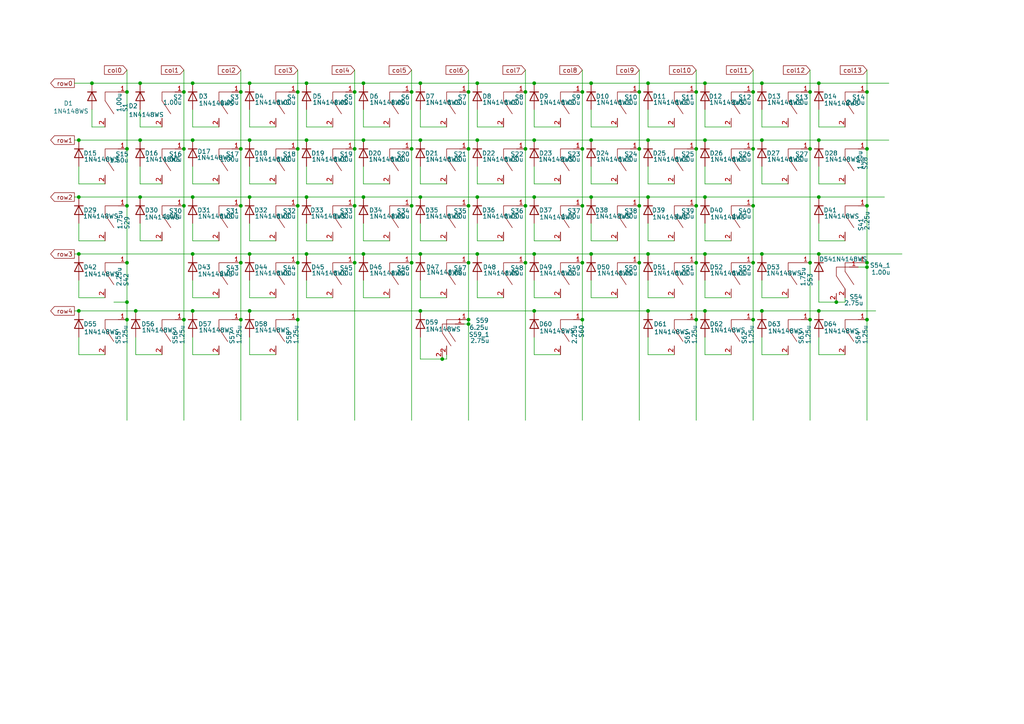
<source format=kicad_sch>
(kicad_sch (version 20250114) (generator "eeschema") (generator_version "9.0")
  (paper "A4")
  (junction (at 55.88 57.15))
  (junction (at 168.91 92.71))
  (junction (at 53.34 43.18))
  (junction (at 86.36 43.18))
  (junction (at 72.39 40.64))
  (junction (at 53.34 59.69))
  (junction (at 105.41 40.64))
  (junction (at 234.95 76.2))
  (junction (at 251.46 59.69))
  (junction (at 171.45 40.64))
  (junction (at 135.89 26.67))
  (junction (at 36.83 76.2))
  (junction (at 53.34 26.67))
  (junction (at 220.98 73.66))
  (junction (at 204.47 24.13))
  (junction (at 168.91 59.69))
  (junction (at 69.85 92.71))
  (junction (at 55.88 73.66))
  (junction (at 185.42 43.18))
  (junction (at 185.42 76.2))
  (junction (at 22.86 90.17))
  (junction (at 86.36 92.71))
  (junction (at 69.85 26.67))
  (junction (at 119.38 76.2))
  (junction (at 185.42 59.69))
  (junction (at 22.86 40.64))
  (junction (at 72.39 73.66))
  (junction (at 121.92 24.13))
  (junction (at 36.83 59.69))
  (junction (at 55.88 90.17))
  (junction (at 237.49 57.15))
  (junction (at 40.64 57.15))
  (junction (at 22.86 57.15))
  (junction (at 204.47 73.66))
  (junction (at 26.67 24.13))
  (junction (at 119.38 26.67))
  (junction (at 234.95 43.18))
  (junction (at 234.95 26.67))
  (junction (at 201.93 43.18))
  (junction (at 88.9 24.13))
  (junction (at 40.64 24.13))
  (junction (at 138.43 40.64))
  (junction (at 55.88 24.13))
  (junction (at 53.34 92.71))
  (junction (at 121.92 73.66))
  (junction (at 251.46 26.67))
  (junction (at 237.49 40.64))
  (junction (at 185.42 26.67))
  (junction (at 152.4 43.18))
  (junction (at 135.89 59.69))
  (junction (at 187.96 73.66))
  (junction (at 102.87 76.2))
  (junction (at 154.94 57.15))
  (junction (at 218.44 26.67))
  (junction (at 128.27 104.14))
  (junction (at 36.83 87.63))
  (junction (at 135.89 76.2))
  (junction (at 168.91 43.18))
  (junction (at 218.44 92.71))
  (junction (at 86.36 26.67))
  (junction (at 152.4 26.67))
  (junction (at 204.47 40.64))
  (junction (at 171.45 24.13))
  (junction (at 88.9 40.64))
  (junction (at 187.96 40.64))
  (junction (at 105.41 57.15))
  (junction (at 218.44 76.2))
  (junction (at 102.87 59.69))
  (junction (at 69.85 76.2))
  (junction (at 22.86 73.66))
  (junction (at 135.89 43.18))
  (junction (at 237.49 90.17))
  (junction (at 135.89 92.71))
  (junction (at 242.57 87.63))
  (junction (at 39.37 90.17))
  (junction (at 72.39 24.13))
  (junction (at 40.64 40.64))
  (junction (at 138.43 73.66))
  (junction (at 152.4 59.69))
  (junction (at 154.94 90.17))
  (junction (at 251.46 43.18))
  (junction (at 168.91 26.67))
  (junction (at 201.93 76.2))
  (junction (at 105.41 24.13))
  (junction (at 234.95 92.71))
  (junction (at 102.87 26.67))
  (junction (at 187.96 24.13))
  (junction (at 72.39 57.15))
  (junction (at 121.92 90.17))
  (junction (at 237.49 24.13))
  (junction (at 69.85 43.18))
  (junction (at 105.41 73.66))
  (junction (at 86.36 59.69))
  (junction (at 102.87 43.18))
  (junction (at 119.38 43.18))
  (junction (at 201.93 26.67))
  (junction (at 171.45 57.15))
  (junction (at 72.39 90.17))
  (junction (at 86.36 76.2))
  (junction (at 88.9 57.15))
  (junction (at 220.98 24.13))
  (junction (at 121.92 40.64))
  (junction (at 218.44 59.69))
  (junction (at 218.44 43.18))
  (junction (at 201.93 59.69))
  (junction (at 36.83 26.67))
  (junction (at 138.43 24.13))
  (junction (at 55.88 40.64))
  (junction (at 154.94 73.66))
  (junction (at 168.91 76.2))
  (junction (at 204.47 90.17))
  (junction (at 220.98 40.64))
  (junction (at 119.38 59.69))
  (junction (at 251.46 92.71))
  (junction (at 36.83 92.71))
  (junction (at 237.49 73.66))
  (junction (at 36.83 43.18))
  (junction (at 138.43 57.15))
  (junction (at 69.85 59.69))
  (junction (at 204.47 57.15))
  (junction (at 152.4 76.2))
  (junction (at 220.98 90.17))
  (junction (at 201.93 92.71))
  (junction (at 251.46 76.2))
  (junction (at 88.9 73.66))
  (junction (at 187.96 90.17))
  (junction (at 135.89 93.98))
  (junction (at 121.92 57.15))
  (junction (at 251.46 77.47))
  (junction (at 187.96 57.15))
  (junction (at 171.45 73.66))
  (junction (at 154.94 24.13))
  (junction (at 154.94 40.64))
  (wire (pts (xy 185.42 43.18) (xy 185.42 59.69)))
  (wire (pts (xy 237.49 24.13) (xy 257.81 24.13)))
  (wire (pts (xy 88.9 48.26) (xy 88.9 53.34)))
  (wire (pts (xy 121.92 36.83) (xy 129.54 36.83)))
  (wire (pts (xy 72.39 69.85) (xy 80.01 69.85)))
  (wire (pts (xy 242.57 87.63) (xy 237.49 87.63)))
  (wire (pts (xy 105.41 40.64) (xy 121.92 40.64)))
  (wire (pts (xy 138.43 64.77) (xy 138.43 69.85)))
  (wire (pts (xy 72.39 64.77) (xy 72.39 69.85)))
  (wire (pts (xy 138.43 24.13) (xy 154.94 24.13)))
  (wire (pts (xy 218.44 26.67) (xy 218.44 43.18)))
  (wire (pts (xy 55.88 48.26) (xy 55.88 53.34)))
  (wire (pts (xy 168.91 26.67) (xy 168.91 43.18)))
  (wire (pts (xy 204.47 31.75) (xy 204.47 36.83)))
  (wire (pts (xy 168.91 20.32) (xy 168.91 26.67)))
  (wire (pts (xy 119.38 59.69) (xy 119.38 76.2)))
  (wire (pts (xy 86.36 92.71) (xy 86.36 121.92)))
  (wire (pts (xy 72.39 24.13) (xy 88.9 24.13)))
  (wire (pts (xy 218.44 76.2) (xy 218.44 92.71)))
  (wire (pts (xy 72.39 86.36) (xy 80.01 86.36)))
  (wire (pts (xy 234.95 92.71) (xy 234.95 121.92)))
  (wire (pts (xy 251.46 77.47) (xy 251.46 92.71)))
  (wire (pts (xy 138.43 69.85) (xy 146.05 69.85)))
  (wire (pts (xy 105.41 53.34) (xy 113.03 53.34)))
  (wire (pts (xy 168.91 92.71) (xy 168.91 121.92)))
  (wire (pts (xy 185.42 26.67) (xy 185.42 43.18)))
  (wire (pts (xy 138.43 53.34) (xy 146.05 53.34)))
  (wire (pts (xy 251.46 76.2) (xy 251.46 77.47)))
  (wire (pts (xy 55.88 64.77) (xy 55.88 69.85)))
  (wire (pts (xy 204.47 90.17) (xy 220.98 90.17)))
  (wire (pts (xy 135.89 43.18) (xy 135.89 59.69)))
  (wire (pts (xy 88.9 81.28) (xy 88.9 86.36)))
  (wire (pts (xy 187.96 102.87) (xy 195.58 102.87)))
  (wire (pts (xy 201.93 92.71) (xy 201.93 121.92)))
  (wire (pts (xy 22.86 53.34) (xy 30.48 53.34)))
  (wire (pts (xy 26.67 24.13) (xy 40.64 24.13)))
  (wire (pts (xy 53.34 20.32) (xy 53.34 26.67)))
  (wire (pts (xy 86.36 76.2) (xy 86.36 92.71)))
  (wire (pts (xy 36.83 43.18) (xy 36.83 59.69)))
  (wire (pts (xy 251.46 43.18) (xy 251.46 59.69)))
  (wire (pts (xy 237.49 31.75) (xy 237.49 36.83)))
  (wire (pts (xy 204.47 57.15) (xy 237.49 57.15)))
  (wire (pts (xy 237.49 64.77) (xy 237.49 69.85)))
  (wire (pts (xy 138.43 86.36) (xy 146.05 86.36)))
  (wire (pts (xy 102.87 43.18) (xy 102.87 59.69)))
  (wire (pts (xy 201.93 59.69) (xy 201.93 76.2)))
  (wire (pts (xy 36.83 76.2) (xy 36.83 87.63)))
  (wire (pts (xy 22.86 73.66) (xy 55.88 73.66)))
  (wire (pts (xy 121.92 48.26) (xy 121.92 53.34)))
  (wire (pts (xy 154.94 57.15) (xy 171.45 57.15)))
  (wire (pts (xy 102.87 76.2) (xy 102.87 121.92)))
  (wire (pts (xy 220.98 48.26) (xy 220.98 53.34)))
  (wire (pts (xy 88.9 73.66) (xy 105.41 73.66)))
  (wire (pts (xy 204.47 69.85) (xy 212.09 69.85)))
  (wire (pts (xy 55.88 57.15) (xy 72.39 57.15)))
  (wire (pts (xy 55.88 36.83) (xy 63.5 36.83)))
  (wire (pts (xy 55.88 90.17) (xy 72.39 90.17)))
  (wire (pts (xy 204.47 81.28) (xy 204.47 86.36)))
  (wire (pts (xy 88.9 86.36) (xy 96.52 86.36)))
  (wire (pts (xy 121.92 57.15) (xy 138.43 57.15)))
  (wire (pts (xy 187.96 24.13) (xy 204.47 24.13)))
  (wire (pts (xy 55.88 81.28) (xy 55.88 86.36)))
  (wire (pts (xy 40.64 40.64) (xy 55.88 40.64)))
  (wire (pts (xy 237.49 73.66) (xy 261.62 73.66)))
  (wire (pts (xy 220.98 31.75) (xy 220.98 36.83)))
  (wire (pts (xy 121.92 90.17) (xy 154.94 90.17)))
  (wire (pts (xy 171.45 86.36) (xy 179.07 86.36)))
  (wire (pts (xy 220.98 86.36) (xy 228.6 86.36)))
  (wire (pts (xy 40.64 36.83) (xy 46.99 36.83)))
  (wire (pts (xy 154.94 97.79) (xy 154.94 102.87)))
  (wire (pts (xy 187.96 48.26) (xy 187.96 53.34)))
  (wire (pts (xy 72.39 97.79) (xy 72.39 102.87)))
  (wire (pts (xy 119.38 76.2) (xy 119.38 121.92)))
  (wire (pts (xy 72.39 102.87) (xy 80.01 102.87)))
  (wire (pts (xy 134.62 93.98) (xy 135.89 93.98)))
  (wire (pts (xy 105.41 73.66) (xy 121.92 73.66)))
  (wire (pts (xy 135.89 76.2) (xy 135.89 92.71)))
  (wire (pts (xy 152.4 20.32) (xy 152.4 26.67)))
  (wire (pts (xy 220.98 102.87) (xy 228.6 102.87)))
  (wire (pts (xy 218.44 20.32) (xy 218.44 26.67)))
  (wire (pts (xy 237.49 69.85) (xy 245.11 69.85)))
  (wire (pts (xy 171.45 48.26) (xy 171.45 53.34)))
  (wire (pts (xy 204.47 102.87) (xy 212.09 102.87)))
  (wire (pts (xy 88.9 31.75) (xy 88.9 36.83)))
  (wire (pts (xy 138.43 73.66) (xy 154.94 73.66)))
  (wire (pts (xy 88.9 57.15) (xy 105.41 57.15)))
  (wire (pts (xy 251.46 26.67) (xy 251.46 43.18)))
  (wire (pts (xy 69.85 26.67) (xy 69.85 43.18)))
  (wire (pts (xy 171.45 36.83) (xy 179.07 36.83)))
  (wire (pts (xy 69.85 76.2) (xy 69.85 92.71)))
  (wire (pts (xy 105.41 69.85) (xy 113.03 69.85)))
  (wire (pts (xy 187.96 40.64) (xy 204.47 40.64)))
  (wire (pts (xy 72.39 53.34) (xy 80.01 53.34)))
  (wire (pts (xy 171.45 64.77) (xy 171.45 69.85)))
  (wire (pts (xy 171.45 31.75) (xy 171.45 36.83)))
  (wire (pts (xy 218.44 43.18) (xy 218.44 59.69)))
  (wire (pts (xy 69.85 20.32) (xy 69.85 26.67)))
  (wire (pts (xy 55.88 102.87) (xy 63.5 102.87)))
  (wire (pts (xy 154.94 81.28) (xy 154.94 86.36)))
  (wire (pts (xy 55.88 86.36) (xy 63.5 86.36)))
  (wire (pts (xy 26.67 31.75) (xy 26.67 36.83)))
  (wire (pts (xy 245.11 86.36) (xy 245.11 87.63)))
  (wire (pts (xy 152.4 26.67) (xy 152.4 43.18)))
  (wire (pts (xy 138.43 40.64) (xy 154.94 40.64)))
  (wire (pts (xy 154.94 69.85) (xy 162.56 69.85)))
  (wire (pts (xy 185.42 20.32) (xy 185.42 26.67)))
  (wire (pts (xy 154.94 86.36) (xy 162.56 86.36)))
  (wire (pts (xy 72.39 36.83) (xy 80.01 36.83)))
  (wire (pts (xy 105.41 64.77) (xy 105.41 69.85)))
  (wire (pts (xy 220.98 97.79) (xy 220.98 102.87)))
  (wire (pts (xy 69.85 43.18) (xy 69.85 59.69)))
  (wire (pts (xy 154.94 102.87) (xy 162.56 102.87)))
  (wire (pts (xy 138.43 31.75) (xy 138.43 36.83)))
  (wire (pts (xy 187.96 86.36) (xy 195.58 86.36)))
  (wire (pts (xy 21.59 90.17) (xy 22.86 90.17)))
  (wire (pts (xy 201.93 20.32) (xy 201.93 26.67)))
  (wire (pts (xy 218.44 59.69) (xy 218.44 76.2)))
  (wire (pts (xy 135.89 20.32) (xy 135.89 26.67)))
  (wire (pts (xy 119.38 26.67) (xy 119.38 43.18)))
  (wire (pts (xy 237.49 102.87) (xy 245.11 102.87)))
  (wire (pts (xy 121.92 104.14) (xy 128.27 104.14)))
  (wire (pts (xy 55.88 40.64) (xy 72.39 40.64)))
  (wire (pts (xy 72.39 31.75) (xy 72.39 36.83)))
  (wire (pts (xy 201.93 76.2) (xy 201.93 92.71)))
  (wire (pts (xy 105.41 24.13) (xy 121.92 24.13)))
  (wire (pts (xy 237.49 40.64) (xy 257.81 40.64)))
  (wire (pts (xy 152.4 43.18) (xy 152.4 59.69)))
  (wire (pts (xy 138.43 48.26) (xy 138.43 53.34)))
  (wire (pts (xy 187.96 64.77) (xy 187.96 69.85)))
  (wire (pts (xy 102.87 26.67) (xy 102.87 43.18)))
  (wire (pts (xy 69.85 92.71) (xy 69.85 121.92)))
  (wire (pts (xy 187.96 97.79) (xy 187.96 102.87)))
  (wire (pts (xy 40.64 31.75) (xy 40.64 36.83)))
  (wire (pts (xy 237.49 97.79) (xy 237.49 102.87)))
  (wire (pts (xy 237.49 87.63) (xy 237.49 81.28)))
  (wire (pts (xy 204.47 24.13) (xy 220.98 24.13)))
  (wire (pts (xy 154.94 40.64) (xy 171.45 40.64)))
  (wire (pts (xy 21.59 57.15) (xy 22.86 57.15)))
  (wire (pts (xy 72.39 73.66) (xy 88.9 73.66)))
  (wire (pts (xy 22.86 102.87) (xy 30.48 102.87)))
  (wire (pts (xy 171.45 69.85) (xy 179.07 69.85)))
  (wire (pts (xy 152.4 76.2) (xy 152.4 121.92)))
  (wire (pts (xy 152.4 59.69) (xy 152.4 76.2)))
  (wire (pts (xy 187.96 31.75) (xy 187.96 36.83)))
  (wire (pts (xy 105.41 31.75) (xy 105.41 36.83)))
  (wire (pts (xy 40.64 24.13) (xy 55.88 24.13)))
  (wire (pts (xy 234.95 76.2) (xy 234.95 92.71)))
  (wire (pts (xy 187.96 81.28) (xy 187.96 86.36)))
  (wire (pts (xy 36.83 59.69) (xy 36.83 76.2)))
  (wire (pts (xy 121.92 40.64) (xy 138.43 40.64)))
  (wire (pts (xy 204.47 86.36) (xy 212.09 86.36)))
  (wire (pts (xy 251.46 20.32) (xy 251.46 26.67)))
  (wire (pts (xy 171.45 40.64) (xy 187.96 40.64)))
  (wire (pts (xy 237.49 48.26) (xy 237.49 53.34)))
  (wire (pts (xy 154.94 90.17) (xy 187.96 90.17)))
  (wire (pts (xy 129.54 104.14) (xy 128.27 104.14)))
  (wire (pts (xy 22.86 90.17) (xy 39.37 90.17)))
  (wire (pts (xy 22.86 40.64) (xy 40.64 40.64)))
  (wire (pts (xy 86.36 43.18) (xy 86.36 59.69)))
  (wire (pts (xy 105.41 36.83) (xy 113.03 36.83)))
  (wire (pts (xy 154.94 48.26) (xy 154.94 53.34)))
  (wire (pts (xy 88.9 40.64) (xy 105.41 40.64)))
  (wire (pts (xy 220.98 90.17) (xy 237.49 90.17)))
  (wire (pts (xy 220.98 40.64) (xy 237.49 40.64)))
  (wire (pts (xy 220.98 36.83) (xy 228.6 36.83)))
  (wire (pts (xy 220.98 53.34) (xy 228.6 53.34)))
  (wire (pts (xy 234.95 20.32) (xy 234.95 26.67)))
  (wire (pts (xy 251.46 59.69) (xy 251.46 76.2)))
  (wire (pts (xy 88.9 53.34) (xy 96.52 53.34)))
  (wire (pts (xy 102.87 59.69) (xy 102.87 76.2)))
  (wire (pts (xy 36.83 20.32) (xy 36.83 26.67)))
  (wire (pts (xy 55.88 73.66) (xy 72.39 73.66)))
  (wire (pts (xy 22.86 57.15) (xy 40.64 57.15)))
  (wire (pts (xy 21.59 40.64) (xy 22.86 40.64)))
  (wire (pts (xy 21.59 73.66) (xy 22.86 73.66)))
  (wire (pts (xy 237.49 57.15) (xy 256.54 57.15)))
  (wire (pts (xy 135.89 93.98) (xy 135.89 121.92)))
  (wire (pts (xy 251.46 92.71) (xy 251.46 121.92)))
  (wire (pts (xy 154.94 64.77) (xy 154.94 69.85)))
  (wire (pts (xy 86.36 20.32) (xy 86.36 26.67)))
  (wire (pts (xy 121.92 97.79) (xy 121.92 104.14)))
  (wire (pts (xy 187.96 57.15) (xy 204.47 57.15)))
  (wire (pts (xy 129.54 102.87) (xy 129.54 104.14)))
  (wire (pts (xy 154.94 53.34) (xy 162.56 53.34)))
  (wire (pts (xy 121.92 69.85) (xy 129.54 69.85)))
  (wire (pts (xy 154.94 31.75) (xy 154.94 36.83)))
  (wire (pts (xy 86.36 26.67) (xy 86.36 43.18)))
  (wire (pts (xy 88.9 69.85) (xy 96.52 69.85)))
  (wire (pts (xy 88.9 36.83) (xy 96.52 36.83)))
  (wire (pts (xy 121.92 31.75) (xy 121.92 36.83)))
  (wire (pts (xy 154.94 36.83) (xy 162.56 36.83)))
  (wire (pts (xy 237.49 90.17) (xy 254 90.17)))
  (wire (pts (xy 220.98 81.28) (xy 220.98 86.36)))
  (wire (pts (xy 171.45 81.28) (xy 171.45 86.36)))
  (wire (pts (xy 40.64 48.26) (xy 40.64 53.34)))
  (wire (pts (xy 105.41 48.26) (xy 105.41 53.34)))
  (wire (pts (xy 187.96 53.34) (xy 195.58 53.34)))
  (wire (pts (xy 88.9 64.77) (xy 88.9 69.85)))
  (wire (pts (xy 135.89 59.69) (xy 135.89 76.2)))
  (wire (pts (xy 39.37 102.87) (xy 46.99 102.87)))
  (wire (pts (xy 36.83 26.67) (xy 36.83 43.18)))
  (wire (pts (xy 234.95 26.67) (xy 234.95 43.18)))
  (wire (pts (xy 72.39 57.15) (xy 88.9 57.15)))
  (wire (pts (xy 220.98 24.13) (xy 237.49 24.13)))
  (wire (pts (xy 53.34 43.18) (xy 53.34 59.69)))
  (wire (pts (xy 53.34 92.71) (xy 53.34 121.92)))
  (wire (pts (xy 33.02 87.63) (xy 36.83 87.63)))
  (wire (pts (xy 55.88 53.34) (xy 63.5 53.34)))
  (wire (pts (xy 72.39 40.64) (xy 88.9 40.64)))
  (wire (pts (xy 204.47 97.79) (xy 204.47 102.87)))
  (wire (pts (xy 135.89 92.71) (xy 135.89 93.98)))
  (wire (pts (xy 36.83 92.71) (xy 36.83 121.92)))
  (wire (pts (xy 187.96 90.17) (xy 204.47 90.17)))
  (wire (pts (xy 72.39 90.17) (xy 121.92 90.17)))
  (wire (pts (xy 154.94 73.66) (xy 171.45 73.66)))
  (wire (pts (xy 121.92 24.13) (xy 138.43 24.13)))
  (wire (pts (xy 86.36 59.69) (xy 86.36 76.2)))
  (wire (pts (xy 204.47 48.26) (xy 204.47 53.34)))
  (wire (pts (xy 22.86 81.28) (xy 22.86 86.36)))
  (wire (pts (xy 154.94 24.13) (xy 171.45 24.13)))
  (wire (pts (xy 119.38 20.32) (xy 119.38 26.67)))
  (wire (pts (xy 105.41 81.28) (xy 105.41 86.36)))
  (wire (pts (xy 171.45 57.15) (xy 187.96 57.15)))
  (wire (pts (xy 204.47 64.77) (xy 204.47 69.85)))
  (wire (pts (xy 40.64 69.85) (xy 46.99 69.85)))
  (wire (pts (xy 245.11 87.63) (xy 242.57 87.63)))
  (wire (pts (xy 105.41 86.36) (xy 113.03 86.36)))
  (wire (pts (xy 187.96 73.66) (xy 204.47 73.66)))
  (wire (pts (xy 185.42 59.69) (xy 185.42 76.2)))
  (wire (pts (xy 185.42 76.2) (xy 185.42 121.92)))
  (wire (pts (xy 40.64 53.34) (xy 46.99 53.34)))
  (wire (pts (xy 237.49 53.34) (xy 245.11 53.34)))
  (wire (pts (xy 168.91 43.18) (xy 168.91 59.69)))
  (wire (pts (xy 105.41 57.15) (xy 121.92 57.15)))
  (wire (pts (xy 121.92 73.66) (xy 138.43 73.66)))
  (wire (pts (xy 40.64 57.15) (xy 55.88 57.15)))
  (wire (pts (xy 138.43 36.83) (xy 146.05 36.83)))
  (wire (pts (xy 36.83 87.63) (xy 36.83 92.71)))
  (wire (pts (xy 121.92 81.28) (xy 121.92 86.36)))
  (wire (pts (xy 53.34 59.69) (xy 53.34 92.71)))
  (wire (pts (xy 22.86 86.36) (xy 30.48 86.36)))
  (wire (pts (xy 22.86 48.26) (xy 22.86 53.34)))
  (wire (pts (xy 21.59 24.13) (xy 26.67 24.13)))
  (wire (pts (xy 55.88 97.79) (xy 55.88 102.87)))
  (wire (pts (xy 39.37 97.79) (xy 39.37 102.87)))
  (wire (pts (xy 55.88 24.13) (xy 72.39 24.13)))
  (wire (pts (xy 69.85 59.69) (xy 69.85 76.2)))
  (wire (pts (xy 187.96 36.83) (xy 195.58 36.83)))
  (wire (pts (xy 53.34 26.67) (xy 53.34 43.18)))
  (wire (pts (xy 220.98 73.66) (xy 237.49 73.66)))
  (wire (pts (xy 135.89 26.67) (xy 135.89 43.18)))
  (wire (pts (xy 248.92 77.47) (xy 251.46 77.47)))
  (wire (pts (xy 187.96 69.85) (xy 195.58 69.85)))
  (wire (pts (xy 121.92 64.77) (xy 121.92 69.85)))
  (wire (pts (xy 26.67 36.83) (xy 30.48 36.83)))
  (wire (pts (xy 201.93 43.18) (xy 201.93 59.69)))
  (wire (pts (xy 119.38 43.18) (xy 119.38 59.69)))
  (wire (pts (xy 168.91 76.2) (xy 168.91 92.71)))
  (wire (pts (xy 171.45 73.66) (xy 187.96 73.66)))
  (wire (pts (xy 234.95 43.18) (xy 234.95 76.2)))
  (wire (pts (xy 72.39 81.28) (xy 72.39 86.36)))
  (wire (pts (xy 121.92 86.36) (xy 129.54 86.36)))
  (wire (pts (xy 22.86 64.77) (xy 22.86 69.85)))
  (wire (pts (xy 204.47 36.83) (xy 212.09 36.83)))
  (wire (pts (xy 168.91 59.69) (xy 168.91 76.2)))
  (wire (pts (xy 204.47 73.66) (xy 220.98 73.66)))
  (wire (pts (xy 40.64 64.77) (xy 40.64 69.85)))
  (wire (pts (xy 171.45 53.34) (xy 179.07 53.34)))
  (wire (pts (xy 39.37 90.17) (xy 55.88 90.17)))
  (wire (pts (xy 204.47 53.34) (xy 212.09 53.34)))
  (wire (pts (xy 22.86 97.79) (xy 22.86 102.87)))
  (wire (pts (xy 138.43 57.15) (xy 154.94 57.15)))
  (wire (pts (xy 22.86 69.85) (xy 30.48 69.85)))
  (wire (pts (xy 171.45 24.13) (xy 187.96 24.13)))
  (wire (pts (xy 218.44 92.71) (xy 218.44 121.92)))
  (wire (pts (xy 55.88 69.85) (xy 63.5 69.85)))
  (wire (pts (xy 55.88 31.75) (xy 55.88 36.83)))
  (wire (pts (xy 237.49 36.83) (xy 245.11 36.83)))
  (wire (pts (xy 72.39 48.26) (xy 72.39 53.34)))
  (wire (pts (xy 204.47 40.64) (xy 220.98 40.64)))
  (wire (pts (xy 121.92 53.34) (xy 129.54 53.34)))
  (wire (pts (xy 138.43 81.28) (xy 138.43 86.36)))
  (wire (pts (xy 201.93 26.67) (xy 201.93 43.18)))
  (wire (pts (xy 88.9 24.13) (xy 105.41 24.13)))
  (wire (pts (xy 102.87 20.32) (xy 102.87 26.67)))
  (global_label "col2" (shape input) (at 69.85 20.32 180) (property "Intersheetrefs" "${INTERSHEET_REFS}" (effects (hide yes))))
  (global_label "col10" (shape input) (at 201.93 20.32 180) (property "Intersheetrefs" "${INTERSHEET_REFS}" (effects (hide yes))))
  (global_label "col1" (shape input) (at 53.34 20.32 180) (property "Intersheetrefs" "${INTERSHEET_REFS}" (effects (hide yes))))
  (global_label "col11" (shape input) (at 218.44 20.32 180) (property "Intersheetrefs" "${INTERSHEET_REFS}" (effects (hide yes))))
  (global_label "col5" (shape input) (at 119.38 20.32 180) (property "Intersheetrefs" "${INTERSHEET_REFS}" (effects (hide yes))))
  (global_label "row2" (shape output) (at 21.59 57.15 180) (property "Intersheetrefs" "${INTERSHEET_REFS}" (effects (hide yes))))
  (global_label "col3" (shape input) (at 86.36 20.32 180) (property "Intersheetrefs" "${INTERSHEET_REFS}" (effects (hide yes))))
  (global_label "row4" (shape output) (at 21.59 90.17 180) (property "Intersheetrefs" "${INTERSHEET_REFS}" (effects (hide yes))))
  (global_label "row3" (shape output) (at 21.59 73.66 180) (property "Intersheetrefs" "${INTERSHEET_REFS}" (effects (hide yes))))
  (global_label "col12" (shape input) (at 234.95 20.32 180) (property "Intersheetrefs" "${INTERSHEET_REFS}" (effects (hide yes))))
  (global_label "col0" (shape input) (at 36.83 20.32 180) (property "Intersheetrefs" "${INTERSHEET_REFS}" (effects (hide yes))))
  (global_label "row1" (shape output) (at 21.59 40.64 180) (property "Intersheetrefs" "${INTERSHEET_REFS}" (effects (hide yes))))
  (global_label "col4" (shape input) (at 102.87 20.32 180) (property "Intersheetrefs" "${INTERSHEET_REFS}" (effects (hide yes))))
  (global_label "col13" (shape input) (at 251.46 20.32 180) (property "Intersheetrefs" "${INTERSHEET_REFS}" (effects (hide yes))))
  (global_label "row0" (shape output) (at 21.59 24.13 180) (property "Intersheetrefs" "${INTERSHEET_REFS}" (effects (hide yes))))
  (global_label "col9" (shape input) (at 185.42 20.32 180) (property "Intersheetrefs" "${INTERSHEET_REFS}" (effects (hide yes))))
  (global_label "col8" (shape input) (at 168.91 20.32 180) (property "Intersheetrefs" "${INTERSHEET_REFS}" (effects (hide yes))))
  (global_label "col6" (shape input) (at 135.89 20.32 180) (property "Intersheetrefs" "${INTERSHEET_REFS}" (effects (hide yes))))
  (global_label "col7" (shape input) (at 152.4 20.32 180) (property "Intersheetrefs" "${INTERSHEET_REFS}" (effects (hide yes))))
  (symbol (lib_id "Diode:1N4148WS") (at 39.37 93.98 270) (unit 1)
    (property "Reference" "D56" (at 42.926 93.98 90))
    (property "Value" "1N4148WS" (at 46.228 95.758 90))
    (property "Footprint" "Diode_SMD:D_SOD-323" (effects (hide yes)))
    (property "Datasheet" "https://www.vishay.com/docs/85751/1n4148ws.pdf" (effects (hide yes)))
    (property "LCSC" "C2128" (effects (hide yes)))
  )
  (symbol (lib_id "Diode:1N4148WS") (at 237.49 93.98 270) (unit 1)
    (property "Reference" "D64" (at 240.792 93.98 90))
    (property "Value" "1N4148WS" (at 244.094 96.012 90))
    (property "Footprint" "Diode_SMD:D_SOD-323" (effects (hide yes)))
    (property "Datasheet" "https://www.vishay.com/docs/85751/1n4148ws.pdf" (effects (hide yes)))
    (property "LCSC" "C2128" (effects (hide yes)))
  )
  (symbol (lib_id "Diode:1N4148WS") (at 55.88 93.98 270) (unit 1)
    (property "Reference" "D57" (at 59.436 93.98 90))
    (property "Value" "1N4148WS" (at 62.738 95.758 90))
    (property "Footprint" "Diode_SMD:D_SOD-323" (effects (hide yes)))
    (property "Datasheet" "https://www.vishay.com/docs/85751/1n4148ws.pdf" (effects (hide yes)))
    (property "LCSC" "C2128" (effects (hide yes)))
  )
  (symbol (lib_id "Diode:1N4148WS") (at 187.96 44.45 270) (unit 1)
    (property "Reference" "D25" (at 191.262 44.45 90))
    (property "Value" "1N4148WS" (at 194.564 46.228 90))
    (property "Footprint" "Diode_SMD:D_SOD-323" (effects (hide yes)))
    (property "Datasheet" "https://www.vishay.com/docs/85751/1n4148ws.pdf" (effects (hide yes)))
    (property "LCSC" "C2128" (effects (hide yes)))
  )
  (symbol (lib_id "mx1a-simple:MX1A") (at 241.3 48.26 270) (unit 1) (in_bom no)
    (property "Reference" "S28" (at 250.952 49.276 0) (effects (justify right)))
    (property "Value" "1.50u" (at 249.428 49.276 0) (effects (justify right)))
    (property "Footprint" "Switch_Keyboard_Cherry_MX:SW_Cherry_MX_PCB_1.50u" (effects (hide yes)))
  )
  (symbol (lib_id "mx1a-simple:MX1A") (at 158.75 97.79 270) (unit 1) (in_bom no)
    (property "Reference" "S60" (at 168.656 98.044 0) (effects (justify right)))
    (property "Value" "2.25u" (at 166.624 99.822 0) (effects (justify right)))
    (property "Footprint" "Switch_Keyboard_Cherry_MX:SW_Cherry_MX_PCB_2.25u" (effects (hide yes)))
  )
  (symbol (lib_id "mx1a-simple:MX1A") (at 142.24 31.75 270) (unit 1) (in_bom no)
    (property "Reference" "S8" (at 151.892 28.194 90) (effects (justify right)))
    (property "Value" "1.00u" (at 151.892 29.718 90) (effects (justify right)))
    (property "Footprint" "Switch_Keyboard_Cherry_MX:SW_Cherry_MX_PCB_1.00u" (effects (hide yes)))
  )
  (symbol (lib_id "mx1a-simple:MX1A") (at 59.69 81.28 270) (unit 1) (in_bom no)
    (property "Reference" "S43" (at 69.342 77.724 90) (effects (justify right)))
    (property "Value" "1.00u" (at 69.342 79.248 90) (effects (justify right)))
    (property "Footprint" "Switch_Keyboard_Cherry_MX:SW_Cherry_MX_PCB_1.00u" (effects (hide yes)))
  )
  (symbol (lib_id "Diode:1N4148WS") (at 220.98 44.45 270) (unit 1)
    (property "Reference" "D27" (at 224.282 44.45 90))
    (property "Value" "1N4148WS" (at 227.584 46.228 90))
    (property "Footprint" "Diode_SMD:D_SOD-323" (effects (hide yes)))
    (property "Datasheet" "https://www.vishay.com/docs/85751/1n4148ws.pdf" (effects (hide yes)))
    (property "LCSC" "C2128" (effects (hide yes)))
  )
  (symbol (lib_id "mx1a-simple:MX1A") (at 158.75 31.75 270) (unit 1) (in_bom no)
    (property "Reference" "S9" (at 168.402 28.194 90) (effects (justify right)))
    (property "Value" "1.00u" (at 168.402 29.718 90) (effects (justify right)))
    (property "Footprint" "Switch_Keyboard_Cherry_MX:SW_Cherry_MX_PCB_1.00u" (effects (hide yes)))
  )
  (symbol (lib_id "mx1a-simple:MX1A") (at 125.73 31.75 270) (unit 1) (in_bom no)
    (property "Reference" "S7" (at 135.382 28.194 90) (effects (justify right)))
    (property "Value" "1.00u" (at 135.382 29.718 90) (effects (justify right)))
    (property "Footprint" "Switch_Keyboard_Cherry_MX:SW_Cherry_MX_PCB_1.00u" (effects (hide yes)))
  )
  (symbol (lib_id "mx1a-simple:MX1A") (at 26.67 64.77 270) (unit 1) (in_bom no)
    (property "Reference" "S29" (at 36.83 66.548 0) (effects (justify right)))
    (property "Value" "1.75u" (at 34.798 66.548 0) (effects (justify right)))
    (property "Footprint" "Switch_Keyboard_Cherry_MX:SW_Cherry_MX_PCB_1.75u" (effects (hide yes)))
  )
  (symbol (lib_id "mx1a-simple:MX1A") (at 92.71 81.28 270) (unit 1) (in_bom no)
    (property "Reference" "S45" (at 102.362 77.724 90) (effects (justify right)))
    (property "Value" "1.00u" (at 102.362 79.248 90) (effects (justify right)))
    (property "Footprint" "Switch_Keyboard_Cherry_MX:SW_Cherry_MX_PCB_1.00u" (effects (hide yes)))
  )
  (symbol (lib_id "Diode:1N4148WS") (at 154.94 44.45 270) (unit 1)
    (property "Reference" "D23" (at 158.242 44.45 90))
    (property "Value" "1N4148WS" (at 161.29 46.228 90))
    (property "Footprint" "Diode_SMD:D_SOD-323" (effects (hide yes)))
    (property "Datasheet" "https://www.vishay.com/docs/85751/1n4148ws.pdf" (effects (hide yes)))
    (property "LCSC" "C2128" (effects (hide yes)))
  )
  (symbol (lib_id "Diode:1N4148WS") (at 237.49 27.94 270) (unit 1)
    (property "Reference" "D14" (at 240.792 27.94 90))
    (property "Value" "1N4148WS" (at 244.094 29.972 90))
    (property "Footprint" "Diode_SMD:D_SOD-323" (effects (hide yes)))
    (property "Datasheet" "https://www.vishay.com/docs/85751/1n4148ws.pdf" (effects (hide yes)))
    (property "LCSC" "C2128" (effects (hide yes)))
  )
  (symbol (lib_id "mx1a-simple:MX1A") (at 175.26 64.77 270) (unit 1) (in_bom no)
    (property "Reference" "S38" (at 184.912 61.214 90) (effects (justify right)))
    (property "Value" "1.00u" (at 184.912 62.738 90) (effects (justify right)))
    (property "Footprint" "Switch_Keyboard_Cherry_MX:SW_Cherry_MX_PCB_1.00u" (effects (hide yes)))
  )
  (symbol (lib_id "mx1a-simple:MX1A") (at 125.73 64.77 270) (unit 1) (in_bom no)
    (property "Reference" "S35" (at 135.382 61.214 90) (effects (justify right)))
    (property "Value" "1.00u" (at 135.382 62.738 90) (effects (justify right)))
    (property "Footprint" "Switch_Keyboard_Cherry_MX:SW_Cherry_MX_PCB_1.00u" (effects (hide yes)))
  )
  (symbol (lib_id "mx1a-simple:MX1A") (at 224.79 97.79 270) (unit 1) (in_bom no)
    (property "Reference" "S63" (at 232.41 99.822 0) (effects (justify right)))
    (property "Value" "1.25u" (at 234.442 99.822 0) (effects (justify right)))
    (property "Footprint" "Switch_Keyboard_Cherry_MX:SW_Cherry_MX_PCB_1.25u" (effects (hide yes)))
  )
  (symbol (lib_id "Diode:1N4148WS") (at 138.43 27.94 270) (unit 1)
    (property "Reference" "D8" (at 141.224 27.94 90))
    (property "Value" "1N4148WS" (at 145.034 29.718 90))
    (property "Footprint" "Diode_SMD:D_SOD-323" (effects (hide yes)))
    (property "Datasheet" "https://www.vishay.com/docs/85751/1n4148ws.pdf" (effects (hide yes)))
    (property "LCSC" "C2128" (effects (hide yes)))
  )
  (symbol (lib_id "mx1a-simple:MX1A") (at 142.24 81.28 270) (unit 1) (in_bom no)
    (property "Reference" "S48" (at 151.892 77.724 90) (effects (justify right)))
    (property "Value" "1.00u" (at 151.892 79.248 90) (effects (justify right)))
    (property "Footprint" "Switch_Keyboard_Cherry_MX:SW_Cherry_MX_PCB_1.00u" (effects (hide yes)))
  )
  (symbol (lib_id "mx1a-simple:MX1A") (at 208.28 31.75 270) (unit 1) (in_bom no)
    (property "Reference" "S12" (at 217.932 28.194 90) (effects (justify right)))
    (property "Value" "1.00u" (at 217.932 29.718 90) (effects (justify right)))
    (property "Footprint" "Switch_Keyboard_Cherry_MX:SW_Cherry_MX_PCB_1.00u" (effects (hide yes)))
  )
  (symbol (lib_id "Diode:1N4148WS") (at 88.9 27.94 270) (unit 1)
    (property "Reference" "D5" (at 91.948 27.94 90))
    (property "Value" "1N4148WS" (at 95.758 29.718 90))
    (property "Footprint" "Diode_SMD:D_SOD-323" (effects (hide yes)))
    (property "Datasheet" "https://www.vishay.com/docs/85751/1n4148ws.pdf" (effects (hide yes)))
    (property "LCSC" "C2128" (effects (hide yes)))
  )
  (symbol (lib_id "mx1a-simple:MX1A") (at 26.67 97.79 270) (unit 1) (in_bom no)
    (property "Reference" "S55" (at 34.29 99.822 0) (effects (justify right)))
    (property "Value" "1.25u" (at 36.322 99.822 0) (effects (justify right)))
    (property "Footprint" "Switch_Keyboard_Cherry_MX:SW_Cherry_MX_PCB_1.25u" (effects (hide yes)))
  )
  (symbol (lib_id "Diode:1N4148WS") (at 105.41 77.47 270) (unit 1)
    (property "Reference" "D46" (at 108.966 77.47 90))
    (property "Value" "1N4148WS" (at 112.268 79.248 90))
    (property "Footprint" "Diode_SMD:D_SOD-323" (effects (hide yes)))
    (property "Datasheet" "https://www.vishay.com/docs/85751/1n4148ws.pdf" (effects (hide yes)))
    (property "LCSC" "C2128" (effects (hide yes)))
  )
  (symbol (lib_id "mx1a-simple:MX1A") (at 124.46 99.06 270) (unit 1) (in_bom no)
    (property "Reference" "S59_1" (at 141.986 97.028 90) (effects (justify right)))
    (property "Value" "2.75u" (at 141.986 98.806 90) (effects (justify right)))
    (property "Footprint" "Switch_Keyboard_Cherry_MX:SW_Cherry_MX_PCB_2.75u" (effects (hide yes)))
  )
  (symbol (lib_id "mx1a-simple:MX1A") (at 175.26 31.75 270) (unit 1) (in_bom no)
    (property "Reference" "S10" (at 184.912 28.194 90) (effects (justify right)))
    (property "Value" "1.00u" (at 184.912 29.718 90) (effects (justify right)))
    (property "Footprint" "Switch_Keyboard_Cherry_MX:SW_Cherry_MX_PCB_1.00u" (effects (hide yes)))
  )
  (symbol (lib_id "mx1a-simple:MX1A") (at 208.28 81.28 270) (unit 1) (in_bom no)
    (property "Reference" "S52" (at 217.932 77.724 90) (effects (justify right)))
    (property "Value" "1.00u" (at 217.932 79.248 90) (effects (justify right)))
    (property "Footprint" "Switch_Keyboard_Cherry_MX:SW_Cherry_MX_PCB_1.00u" (effects (hide yes)))
  )
  (symbol (lib_id "mx1a-simple:MX1A") (at 26.67 31.75 270) (unit 1) (in_bom no)
    (property "Reference" "S1" (at 36.322 32.512 0) (effects (justify right)))
    (property "Value" "1.00u" (at 34.544 32.512 0) (effects (justify right)))
    (property "Footprint" "Switch_Keyboard_Cherry_MX:SW_Cherry_MX_PCB_1.00u" (effects (hide yes)))
  )
  (symbol (lib_id "Diode:1N4148WS") (at 138.43 60.96 270) (unit 1)
    (property "Reference" "D36" (at 141.732 60.96 90))
    (property "Value" "1N4148WS" (at 145.034 62.738 90))
    (property "Footprint" "Diode_SMD:D_SOD-323" (effects (hide yes)))
    (property "Datasheet" "https://www.vishay.com/docs/85751/1n4148ws.pdf" (effects (hide yes)))
    (property "LCSC" "C2128" (effects (hide yes)))
  )
  (symbol (lib_id "mx1a-simple:MX1A") (at 191.77 97.79 270) (unit 1) (in_bom no)
    (property "Reference" "S61" (at 199.39 99.822 0) (effects (justify right)))
    (property "Value" "1.25u" (at 201.422 99.822 0) (effects (justify right)))
    (property "Footprint" "Switch_Keyboard_Cherry_MX:SW_Cherry_MX_PCB_1.25u" (effects (hide yes)))
  )
  (symbol (lib_id "mx1a-simple:MX1A") (at 43.18 31.75 270) (unit 1) (in_bom no)
    (property "Reference" "S2" (at 52.832 28.194 90) (effects (justify right)))
    (property "Value" "1.00u" (at 52.832 29.718 90) (effects (justify right)))
    (property "Footprint" "Switch_Keyboard_Cherry_MX:SW_Cherry_MX_PCB_1.00u" (effects (hide yes)))
  )
  (symbol (lib_id "mx1a-simple:MX1A") (at 191.77 64.77 270) (unit 1) (in_bom no)
    (property "Reference" "S39" (at 201.422 61.214 90) (effects (justify right)))
    (property "Value" "1.00u" (at 201.422 62.738 90) (effects (justify right)))
    (property "Footprint" "Switch_Keyboard_Cherry_MX:SW_Cherry_MX_PCB_1.00u" (effects (hide yes)))
  )
  (symbol (lib_id "mx1a-simple:MX1A") (at 125.73 48.26 270) (unit 1) (in_bom no)
    (property "Reference" "S21" (at 135.382 44.704 90) (effects (justify right)))
    (property "Value" "1.00u" (at 135.382 46.228 90) (effects (justify right)))
    (property "Footprint" "Switch_Keyboard_Cherry_MX:SW_Cherry_MX_PCB_1.00u" (effects (hide yes)))
  )
  (symbol (lib_id "mx1a-simple:MX1A") (at 191.77 31.75 270) (unit 1) (in_bom no)
    (property "Reference" "S11" (at 201.422 28.194 90) (effects (justify right)))
    (property "Value" "1.00u" (at 201.422 29.718 90) (effects (justify right)))
    (property "Footprint" "Switch_Keyboard_Cherry_MX:SW_Cherry_MX_PCB_1.00u" (effects (hide yes)))
  )
  (symbol (lib_id "mx1a-simple:MX1A") (at 142.24 48.26 270) (unit 1) (in_bom no)
    (property "Reference" "S22" (at 151.892 44.704 90) (effects (justify right)))
    (property "Value" "1.00u" (at 151.892 46.228 90) (effects (justify right)))
    (property "Footprint" "Switch_Keyboard_Cherry_MX:SW_Cherry_MX_PCB_1.00u" (effects (hide yes)))
  )
  (symbol (lib_id "mx1a-simple:MX1A") (at 224.79 31.75 270) (unit 1) (in_bom no)
    (property "Reference" "S13" (at 234.442 28.194 90) (effects (justify right)))
    (property "Value" "1.00u" (at 234.442 29.718 90) (effects (justify right)))
    (property "Footprint" "Switch_Keyboard_Cherry_MX:SW_Cherry_MX_PCB_1.00u" (effects (hide yes)))
  )
  (symbol (lib_id "mx1a-simple:MX1A") (at 43.18 48.26 270) (unit 1) (in_bom no)
    (property "Reference" "S16" (at 52.832 44.704 90) (effects (justify right)))
    (property "Value" "1.00u" (at 52.832 46.228 90) (effects (justify right)))
    (property "Footprint" "Switch_Keyboard_Cherry_MX:SW_Cherry_MX_PCB_1.00u" (effects (hide yes)))
  )
  (symbol (lib_id "mx1a-simple:MX1A") (at 92.71 31.75 270) (unit 1) (in_bom no)
    (property "Reference" "S5" (at 102.362 28.194 90) (effects (justify right)))
    (property "Value" "1.00u" (at 102.362 29.718 90) (effects (justify right)))
    (property "Footprint" "Switch_Keyboard_Cherry_MX:SW_Cherry_MX_PCB_1.00u" (effects (hide yes)))
  )
  (symbol (lib_id "mx1a-simple:MX1A") (at 125.73 97.79 270) (unit 1) (in_bom no)
    (property "Reference" "S59" (at 137.922 92.964 90) (effects (justify left)))
    (property "Value" "6.25u" (at 141.732 94.996 90) (effects (justify right)))
    (property "Footprint" "Switch_Keyboard_Cherry_MX:SW_Cherry_MX_PCB_6.25u" (effects (hide yes)))
  )
  (symbol (lib_id "mx1a-simple:MX1A") (at 59.69 64.77 270) (unit 1) (in_bom no)
    (property "Reference" "S31" (at 69.342 61.214 90) (effects (justify right)))
    (property "Value" "1.00u" (at 69.342 62.738 90) (effects (justify right)))
    (property "Footprint" "Switch_Keyboard_Cherry_MX:SW_Cherry_MX_PCB_1.00u" (effects (hide yes)))
  )
  (symbol (lib_id "Diode:1N4148WS") (at 72.39 60.96 270) (unit 1)
    (property "Reference" "D32" (at 75.692 60.96 90))
    (property "Value" "1N4148WS" (at 78.994 62.738 90))
    (property "Footprint" "Diode_SMD:D_SOD-323" (effects (hide yes)))
    (property "Datasheet" "https://www.vishay.com/docs/85751/1n4148ws.pdf" (effects (hide yes)))
    (property "LCSC" "C2128" (effects (hide yes)))
  )
  (symbol (lib_id "mx1a-simple:MX1A") (at 241.3 97.79 270) (unit 1) (in_bom no)
    (property "Reference" "S64" (at 248.92 99.822 0) (effects (justify right)))
    (property "Value" "1.25u" (at 250.952 99.822 0) (effects (justify right)))
    (property "Footprint" "Switch_Keyboard_Cherry_MX:SW_Cherry_MX_PCB_1.25u" (effects (hide yes)))
  )
  (symbol (lib_id "Diode:1N4148WS") (at 72.39 27.94 270) (unit 1)
    (property "Reference" "D4" (at 75.184 27.94 90))
    (property "Value" "1N4148WS" (at 78.994 29.718 90))
    (property "Footprint" "Diode_SMD:D_SOD-323" (effects (hide yes)))
    (property "Datasheet" "https://www.vishay.com/docs/85751/1n4148ws.pdf" (effects (hide yes)))
    (property "LCSC" "C2128" (effects (hide yes)))
  )
  (symbol (lib_id "mx1a-simple:MX1A") (at 191.77 81.28 270) (unit 1) (in_bom no)
    (property "Reference" "S51" (at 201.422 77.724 90) (effects (justify right)))
    (property "Value" "1.00u" (at 201.422 79.248 90) (effects (justify right)))
    (property "Footprint" "Switch_Keyboard_Cherry_MX:SW_Cherry_MX_PCB_1.00u" (effects (hide yes)))
  )
  (symbol (lib_id "Diode:1N4148WS") (at 187.96 27.94 270) (unit 1)
    (property "Reference" "D11" (at 191.262 27.94 90))
    (property "Value" "1N4148WS" (at 194.564 29.718 90))
    (property "Footprint" "Diode_SMD:D_SOD-323" (effects (hide yes)))
    (property "Datasheet" "https://www.vishay.com/docs/85751/1n4148ws.pdf" (effects (hide yes)))
    (property "LCSC" "C2128" (effects (hide yes)))
  )
  (symbol (lib_id "mx1a-simple:MX1A") (at 26.67 81.28 270) (unit 1) (in_bom no)
    (property "Reference" "S42" (at 36.576 83.058 0) (effects (justify right)))
    (property "Value" "2.25u" (at 34.544 83.058 0) (effects (justify right)))
    (property "Footprint" "Switch_Keyboard_Cherry_MX:SW_Cherry_MX_PCB_2.25u" (effects (hide yes)))
  )
  (symbol (lib_id "mx1a-simple:MX1A") (at 76.2 48.26 270) (unit 1) (in_bom no)
    (property "Reference" "S18" (at 85.852 44.704 90) (effects (justify right)))
    (property "Value" "1.00u" (at 85.852 46.228 90) (effects (justify right)))
    (property "Footprint" "Switch_Keyboard_Cherry_MX:SW_Cherry_MX_PCB_1.00u" (effects (hide yes)))
  )
  (symbol (lib_id "mx1a-simple:MX1A") (at 208.28 64.77 270) (unit 1) (in_bom no)
    (property "Reference" "S40" (at 217.932 61.214 90) (effects (justify right)))
    (property "Value" "1.00u" (at 217.932 62.738 90) (effects (justify right)))
    (property "Footprint" "Switch_Keyboard_Cherry_MX:SW_Cherry_MX_PCB_1.00u" (effects (hide yes)))
  )
  (symbol (lib_id "Diode:1N4148WS") (at 204.47 93.98 270) (unit 1)
    (property "Reference" "D62" (at 207.772 93.98 90))
    (property "Value" "1N4148WS" (at 211.074 95.758 90))
    (property "Footprint" "Diode_SMD:D_SOD-323" (effects (hide yes)))
    (property "Datasheet" "https://www.vishay.com/docs/85751/1n4148ws.pdf" (effects (hide yes)))
    (property "LCSC" "C2128" (effects (hide yes)))
  )
  (symbol (lib_id "mx1a-simple:MX1A") (at 208.28 97.79 270) (unit 1) (in_bom no)
    (property "Reference" "S62" (at 215.9 99.822 0) (effects (justify right)))
    (property "Value" "1.25u" (at 217.932 99.822 0) (effects (justify right)))
    (property "Footprint" "Switch_Keyboard_Cherry_MX:SW_Cherry_MX_PCB_1.25u" (effects (hide yes)))
  )
  (symbol (lib_id "mx1a-simple:MX1A") (at 109.22 81.28 270) (unit 1) (in_bom no)
    (property "Reference" "S46" (at 118.872 77.724 90) (effects (justify right)))
    (property "Value" "1.00u" (at 118.872 79.248 90) (effects (justify right)))
    (property "Footprint" "Switch_Keyboard_Cherry_MX:SW_Cherry_MX_PCB_1.00u" (effects (hide yes)))
  )
  (symbol (lib_id "Diode:1N4148WS") (at 55.88 27.94 270) (unit 1)
    (property "Reference" "D3" (at 58.928 27.94 90))
    (property "Value" "1N4148WS" (at 62.738 29.972 90))
    (property "Footprint" "Diode_SMD:D_SOD-323" (effects (hide yes)))
    (property "Datasheet" "https://www.vishay.com/docs/85751/1n4148ws.pdf" (effects (hide yes)))
    (property "LCSC" "C2128" (effects (hide yes)))
  )
  (symbol (lib_id "Diode:1N4148WS") (at 121.92 93.98 270) (unit 1)
    (property "Reference" "D59" (at 125.222 93.472 90))
    (property "Value" "1N4148WS" (at 128.524 95.504 90))
    (property "Footprint" "Diode_SMD:D_SOD-323" (effects (hide yes)))
    (property "Datasheet" "https://www.vishay.com/docs/85751/1n4148ws.pdf" (effects (hide yes)))
    (property "LCSC" "C2128" (effects (hide yes)))
  )
  (symbol (lib_id "Diode:1N4148WS") (at 121.92 44.45 270) (unit 1)
    (property "Reference" "D21" (at 125.222 44.45 90))
    (property "Value" "1N4148WS" (at 128.524 46.228 90))
    (property "Footprint" "Diode_SMD:D_SOD-323" (effects (hide yes)))
    (property "Datasheet" "https://www.vishay.com/docs/85751/1n4148ws.pdf" (effects (hide yes)))
    (property "LCSC" "C2128" (effects (hide yes)))
  )
  (symbol (lib_id "mx1a-simple:MX1A") (at 208.28 48.26 270) (unit 1) (in_bom no)
    (property "Reference" "S26" (at 217.932 44.704 90) (effects (justify right)))
    (property "Value" "1.00u" (at 217.932 46.228 90) (effects (justify right)))
    (property "Footprint" "Switch_Keyboard_Cherry_MX:SW_Cherry_MX_PCB_1.00u" (effects (hide yes)))
  )
  (symbol (lib_id "Diode:1N4148WS") (at 121.92 60.96 270) (unit 1)
    (property "Reference" "D35" (at 125.222 60.96 90))
    (property "Value" "1N4148WS" (at 128.524 62.738 90))
    (property "Footprint" "Diode_SMD:D_SOD-323" (effects (hide yes)))
    (property "Datasheet" "https://www.vishay.com/docs/85751/1n4148ws.pdf" (effects (hide yes)))
    (property "LCSC" "C2128" (effects (hide yes)))
  )
  (symbol (lib_id "Diode:1N4148WS") (at 204.47 44.45 270) (unit 1)
    (property "Reference" "D26" (at 207.772 44.45 90))
    (property "Value" "1N4148WS" (at 211.074 46.228 90))
    (property "Footprint" "Diode_SMD:D_SOD-323" (effects (hide yes)))
    (property "Datasheet" "https://www.vishay.com/docs/85751/1n4148ws.pdf" (effects (hide yes)))
    (property "LCSC" "C2128" (effects (hide yes)))
  )
  (symbol (lib_id "Diode:1N4148WS") (at 220.98 27.94 270) (unit 1)
    (property "Reference" "D13" (at 224.536 27.94 90))
    (property "Value" "1N4148WS" (at 227.584 29.718 90))
    (property "Footprint" "Diode_SMD:D_SOD-323" (effects (hide yes)))
    (property "Datasheet" "https://www.vishay.com/docs/85751/1n4148ws.pdf" (effects (hide yes)))
    (property "LCSC" "C2128" (effects (hide yes)))
  )
  (symbol (lib_id "mx1a-simple:MX1A") (at 59.69 31.75 270) (unit 1) (in_bom no)
    (property "Reference" "S3" (at 69.342 28.194 90) (effects (justify right)))
    (property "Value" "1.00u" (at 69.342 29.718 90) (effects (justify right)))
    (property "Footprint" "Switch_Keyboard_Cherry_MX:SW_Cherry_MX_PCB_1.00u" (effects (hide yes)))
  )
  (symbol (lib_id "Diode:1N4148WS") (at 22.86 44.45 270) (unit 1)
    (property "Reference" "D15" (at 26.162 44.45 90))
    (property "Value" "1N4148WS" (at 29.464 46.228 90))
    (property "Footprint" "Diode_SMD:D_SOD-323" (effects (hide yes)))
    (property "Datasheet" "https://www.vishay.com/docs/85751/1n4148ws.pdf" (effects (hide yes)))
    (property "LCSC" "C2128" (effects (hide yes)))
  )
  (symbol (lib_id "mx1a-simple:MX1A") (at 191.77 48.26 270) (unit 1) (in_bom no)
    (property "Reference" "S25" (at 201.422 44.704 90) (effects (justify right)))
    (property "Value" "1.00u" (at 201.422 46.228 90) (effects (justify right)))
    (property "Footprint" "Switch_Keyboard_Cherry_MX:SW_Cherry_MX_PCB_1.00u" (effects (hide yes)))
  )
  (symbol (lib_id "mx1a-simple:MX1A") (at 238.76 82.55 270) (unit 1) (in_bom no)
    (property "Reference" "S54" (at 250.19 86.106 90) (effects (justify right)))
    (property "Value" "2.75u" (at 250.444 87.884 90) (effects (justify right)))
    (property "Footprint" "Switch_Keyboard_Cherry_MX:SW_Cherry_MX_PCB_2.75u" (effects (hide yes)))
  )
  (symbol (lib_id "Diode:1N4148WS") (at 237.49 44.45 270) (unit 1)
    (property "Reference" "D28" (at 241.046 44.45 90))
    (property "Value" "1N4148WS" (at 244.348 46.228 90))
    (property "Footprint" "Diode_SMD:D_SOD-323" (effects (hide yes)))
    (property "Datasheet" "https://www.vishay.com/docs/85751/1n4148ws.pdf" (effects (hide yes)))
    (property "LCSC" "C2128" (effects (hide yes)))
  )
  (symbol (lib_id "Diode:1N4148WS") (at 105.41 27.94 270) (unit 1)
    (property "Reference" "D6" (at 108.458 27.94 90))
    (property "Value" "1N4148WS" (at 112.268 29.718 90))
    (property "Footprint" "Diode_SMD:D_SOD-323" (effects (hide yes)))
    (property "Datasheet" "https://www.vishay.com/docs/85751/1n4148ws.pdf" (effects (hide yes)))
    (property "LCSC" "C2128" (effects (hide yes)))
  )
  (symbol (lib_id "Diode:1N4148WS") (at 22.86 77.47 270) (unit 1)
    (property "Reference" "D42" (at 26.162 77.47 90))
    (property "Value" "1N4148WS" (at 29.464 79.502 90))
    (property "Footprint" "Diode_SMD:D_SOD-323" (effects (hide yes)))
    (property "Datasheet" "https://www.vishay.com/docs/85751/1n4148ws.pdf" (effects (hide yes)))
    (property "LCSC" "C2128" (effects (hide yes)))
  )
  (symbol (lib_id "mx1a-simple:MX1A") (at 109.22 31.75 270) (unit 1) (in_bom no)
    (property "Reference" "S6" (at 118.872 28.194 90) (effects (justify right)))
    (property "Value" "1.00u" (at 118.872 29.718 90) (effects (justify right)))
    (property "Footprint" "Switch_Keyboard_Cherry_MX:SW_Cherry_MX_PCB_1.00u" (effects (hide yes)))
  )
  (symbol (lib_id "Diode:1N4148WS") (at 121.92 27.94 270) (unit 1)
    (property "Reference" "D7" (at 124.714 27.94 90))
    (property "Value" "1N4148WS" (at 128.524 29.718 90))
    (property "Footprint" "Diode_SMD:D_SOD-323" (effects (hide yes)))
    (property "Datasheet" "https://www.vishay.com/docs/85751/1n4148ws.pdf" (effects (hide yes)))
    (property "LCSC" "C2128" (effects (hide yes)))
  )
  (symbol (lib_id "Diode:1N4148WS") (at 138.43 44.45 270) (unit 1)
    (property "Reference" "D22" (at 141.732 44.45 90))
    (property "Value" "1N4148WS" (at 145.034 46.228 90))
    (property "Footprint" "Diode_SMD:D_SOD-323" (effects (hide yes)))
    (property "Datasheet" "https://www.vishay.com/docs/85751/1n4148ws.pdf" (effects (hide yes)))
    (property "LCSC" "C2128" (effects (hide yes)))
  )
  (symbol (lib_id "mx1a-simple:MX1A") (at 43.18 97.79 270) (unit 1) (in_bom no)
    (property "Reference" "S56" (at 50.8 99.822 0) (effects (justify right)))
    (property "Value" "1.25u" (at 52.832 99.822 0) (effects (justify right)))
    (property "Footprint" "Switch_Keyboard_Cherry_MX:SW_Cherry_MX_PCB_1.25u" (effects (hide yes)))
  )
  (symbol (lib_id "mx1a-simple:MX1A") (at 59.69 97.79 270) (unit 1) (in_bom no)
    (property "Reference" "S57" (at 67.31 99.822 0) (effects (justify right)))
    (property "Value" "1.25u" (at 69.342 99.822 0) (effects (justify right)))
    (property "Footprint" "Switch_Keyboard_Cherry_MX:SW_Cherry_MX_PCB_1.25u" (effects (hide yes)))
  )
  (symbol (lib_id "Diode:1N4148WS") (at 138.43 77.47 270) (unit 1)
    (property "Reference" "D48" (at 141.986 77.47 90))
    (property "Value" "1N4148WS" (at 145.288 79.248 90))
    (property "Footprint" "Diode_SMD:D_SOD-323" (effects (hide yes)))
    (property "Datasheet" "https://www.vishay.com/docs/85751/1n4148ws.pdf" (effects (hide yes)))
    (property "LCSC" "C2128" (effects (hide yes)))
  )
  (symbol (lib_id "Diode:1N4148WS") (at 26.67 27.94 270) (unit 1)
    (property "Reference" "D1" (at 19.812 29.972 90))
    (property "Value" "1N4148WS" (at 20.574 32.258 90))
    (property "Footprint" "Diode_SMD:D_SOD-323" (effects (hide yes)))
    (property "Datasheet" "https://www.vishay.com/docs/85751/1n4148ws.pdf" (effects (hide yes)))
    (property "LCSC" "C2128" (effects (hide yes)))
  )
  (symbol (lib_id "Diode:1N4148WS") (at 154.94 93.98 270) (unit 1)
    (property "Reference" "D60" (at 158.242 93.98 90))
    (property "Value" "1N4148WS" (at 161.544 96.012 90))
    (property "Footprint" "Diode_SMD:D_SOD-323" (effects (hide yes)))
    (property "Datasheet" "https://www.vishay.com/docs/85751/1n4148ws.pdf" (effects (hide yes)))
    (property "LCSC" "C2128" (effects (hide yes)))
  )
  (symbol (lib_id "mx1a-simple:MX1A") (at 224.79 81.28 270) (unit 1) (in_bom no)
    (property "Reference" "S53" (at 234.95 83.058 0) (effects (justify right)))
    (property "Value" "1.75u" (at 232.918 83.058 0) (effects (justify right)))
    (property "Footprint" "Switch_Keyboard_Cherry_MX:SW_Cherry_MX_PCB_1.75u" (effects (hide yes)))
  )
  (symbol (lib_id "Diode:1N4148WS") (at 220.98 93.98 270) (unit 1)
    (property "Reference" "D63" (at 224.536 93.98 90))
    (property "Value" "1N4148WS" (at 227.838 96.012 90))
    (property "Footprint" "Diode_SMD:D_SOD-323" (effects (hide yes)))
    (property "Datasheet" "https://www.vishay.com/docs/85751/1n4148ws.pdf" (effects (hide yes)))
    (property "LCSC" "C2128" (effects (hide yes)))
  )
  (symbol (lib_id "Diode:1N4148WS") (at 121.92 77.47 270) (unit 1)
    (property "Reference" "D47" (at 125.476 77.47 90))
    (property "Value" "1N4148WS" (at 128.778 78.994 90))
    (property "Footprint" "Diode_SMD:D_SOD-323" (effects (hide yes)))
    (property "Datasheet" "https://www.vishay.com/docs/85751/1n4148ws.pdf" (effects (hide yes)))
    (property "LCSC" "C2128" (effects (hide yes)))
  )
  (symbol (lib_id "Diode:1N4148WS") (at 154.94 27.94 270) (unit 1)
    (property "Reference" "D9" (at 157.734 27.94 90))
    (property "Value" "1N4148WS" (at 161.544 29.718 90))
    (property "Footprint" "Diode_SMD:D_SOD-323" (effects (hide yes)))
    (property "Datasheet" "https://www.vishay.com/docs/85751/1n4148ws.pdf" (effects (hide yes)))
    (property "LCSC" "C2128" (effects (hide yes)))
  )
  (symbol (lib_id "mx1a-simple:MX1A") (at 224.79 48.26 270) (unit 1) (in_bom no)
    (property "Reference" "S27" (at 234.442 44.704 90) (effects (justify right)))
    (property "Value" "1.00u" (at 234.442 46.228 90) (effects (justify right)))
    (property "Footprint" "Switch_Keyboard_Cherry_MX:SW_Cherry_MX_PCB_1.00u" (effects (hide yes)))
  )
  (symbol (lib_id "Diode:1N4148WS") (at 72.39 93.98 270) (unit 1)
    (property "Reference" "D58" (at 75.692 93.98 90))
    (property "Value" "1N4148WS" (at 78.994 95.758 90))
    (property "Footprint" "Diode_SMD:D_SOD-323" (effects (hide yes)))
    (property "Datasheet" "https://www.vishay.com/docs/85751/1n4148ws.pdf" (effects (hide yes)))
    (property "LCSC" "C2128" (effects (hide yes)))
  )
  (symbol (lib_id "mx1a-simple:MX1A") (at 158.75 64.77 270) (unit 1) (in_bom no)
    (property "Reference" "S37" (at 168.402 61.214 90) (effects (justify right)))
    (property "Value" "1.00u" (at 168.402 62.738 90) (effects (justify right)))
    (property "Footprint" "Switch_Keyboard_Cherry_MX:SW_Cherry_MX_PCB_1.00u" (effects (hide yes)))
  )
  (symbol (lib_id "Diode:1N4148WS") (at 105.41 44.45 270) (unit 1)
    (property "Reference" "D20" (at 108.712 44.45 90))
    (property "Value" "1N4148WS" (at 112.014 46.228 90))
    (property "Footprint" "Diode_SMD:D_SOD-323" (effects (hide yes)))
    (property "Datasheet" "https://www.vishay.com/docs/85751/1n4148ws.pdf" (effects (hide yes)))
    (property "LCSC" "C2128" (effects (hide yes)))
  )
  (symbol (lib_id "mx1a-simple:MX1A") (at 92.71 64.77 270) (unit 1) (in_bom no)
    (property "Reference" "S33" (at 102.362 61.214 90) (effects (justify right)))
    (property "Value" "1.00u" (at 102.362 62.738 90) (effects (justify right)))
    (property "Footprint" "Switch_Keyboard_Cherry_MX:SW_Cherry_MX_PCB_1.00u" (effects (hide yes)))
  )
  (symbol (lib_id "Diode:1N4148WS") (at 105.41 60.96 270) (unit 1)
    (property "Reference" "D34" (at 108.966 60.96 90))
    (property "Value" "1N4148WS" (at 112.268 62.738 90))
    (property "Footprint" "Diode_SMD:D_SOD-323" (effects (hide yes)))
    (property "Datasheet" "https://www.vishay.com/docs/85751/1n4148ws.pdf" (effects (hide yes)))
    (property "LCSC" "C2128" (effects (hide yes)))
  )
  (symbol (lib_id "Diode:1N4148WS") (at 55.88 77.47 270) (unit 1)
    (property "Reference" "D43" (at 59.182 77.47 90))
    (property "Value" "1N4148WS" (at 62.484 79.502 90))
    (property "Footprint" "Diode_SMD:D_SOD-323" (effects (hide yes)))
    (property "Datasheet" "https://www.vishay.com/docs/85751/1n4148ws.pdf" (effects (hide yes)))
    (property "LCSC" "C2128" (effects (hide yes)))
  )
  (symbol (lib_id "Diode:1N4148WS") (at 171.45 44.45 270) (unit 1)
    (property "Reference" "D24" (at 174.752 44.45 90))
    (property "Value" "1N4148WS" (at 178.054 46.228 90))
    (property "Footprint" "Diode_SMD:D_SOD-323" (effects (hide yes)))
    (property "Datasheet" "https://www.vishay.com/docs/85751/1n4148ws.pdf" (effects (hide yes)))
    (property "LCSC" "C2128" (effects (hide yes)))
  )
  (symbol (lib_id "Diode:1N4148WS") (at 237.49 77.47 270) (unit 1)
    (property "Reference" "D54" (at 239.522 75.184 90))
    (property "Value" "1N4148WS" (at 246.38 75.184 90))
    (property "Footprint" "Diode_SMD:D_SOD-323" (effects (hide yes)))
    (property "Datasheet" "https://www.vishay.com/docs/85751/1n4148ws.pdf" (effects (hide yes)))
    (property "LCSC" "C2128" (effects (hide yes)))
  )
  (symbol (lib_id "mx1a-simple:MX1A") (at 158.75 81.28 270) (unit 1) (in_bom no)
    (property "Reference" "S49" (at 168.402 77.724 90) (effects (justify right)))
    (property "Value" "1.00u" (at 168.402 79.248 90) (effects (justify right)))
    (property "Footprint" "Switch_Keyboard_Cherry_MX:SW_Cherry_MX_PCB_1.00u" (effects (hide yes)))
  )
  (symbol (lib_id "mx1a-simple:MX1A") (at 175.26 81.28 270) (unit 1) (in_bom no)
    (property "Reference" "S50" (at 184.912 77.724 90) (effects (justify right)))
    (property "Value" "1.00u" (at 184.912 79.248 90) (effects (justify right)))
    (property "Footprint" "Switch_Keyboard_Cherry_MX:SW_Cherry_MX_PCB_1.00u" (effects (hide yes)))
  )
  (symbol (lib_id "Diode:1N4148WS") (at 204.47 60.96 270) (unit 1)
    (property "Reference" "D40" (at 207.772 60.96 90))
    (property "Value" "1N4148WS" (at 211.074 62.992 90))
    (property "Footprint" "Diode_SMD:D_SOD-323" (effects (hide yes)))
    (property "Datasheet" "https://www.vishay.com/docs/85751/1n4148ws.pdf" (effects (hide yes)))
    (property "LCSC" "C2128" (effects (hide yes)))
  )
  (symbol (lib_id "Diode:1N4148WS") (at 88.9 77.47 270) (unit 1)
    (property "Reference" "D45" (at 92.202 77.47 90))
    (property "Value" "1N4148WS" (at 95.504 79.248 90))
    (property "Footprint" "Diode_SMD:D_SOD-323" (effects (hide yes)))
    (property "Datasheet" "https://www.vishay.com/docs/85751/1n4148ws.pdf" (effects (hide yes)))
    (property "LCSC" "C2128" (effects (hide yes)))
  )
  (symbol (lib_id "Diode:1N4148WS") (at 40.64 44.45 270) (unit 1)
    (property "Reference" "D16" (at 43.942 44.45 90))
    (property "Value" "1N4148WS" (at 47.244 46.228 90))
    (property "Footprint" "Diode_SMD:D_SOD-323" (effects (hide yes)))
    (property "Datasheet" "https://www.vishay.com/docs/85751/1n4148ws.pdf" (effects (hide yes)))
    (property "LCSC" "C2128" (effects (hide yes)))
  )
  (symbol (lib_id "Diode:1N4148WS") (at 40.64 60.96 270) (unit 1)
    (property "Reference" "D30" (at 43.942 60.96 90))
    (property "Value" "1N4148WS" (at 46.99 62.992 90))
    (property "Footprint" "Diode_SMD:D_SOD-323" (effects (hide yes)))
    (property "Datasheet" "https://www.vishay.com/docs/85751/1n4148ws.pdf" (effects (hide yes)))
    (property "LCSC" "C2128" (effects (hide yes)))
  )
  (symbol (lib_id "Diode:1N4148WS") (at 187.96 77.47 270) (unit 1)
    (property "Reference" "D51" (at 191.262 77.47 90))
    (property "Value" "1N4148WS" (at 194.564 79.248 90))
    (property "Footprint" "Diode_SMD:D_SOD-323" (effects (hide yes)))
    (property "Datasheet" "https://www.vishay.com/docs/85751/1n4148ws.pdf" (effects (hide yes)))
    (property "LCSC" "C2128" (effects (hide yes)))
  )
  (symbol (lib_id "mx1a-simple:MX1A") (at 175.26 48.26 270) (unit 1) (in_bom no)
    (property "Reference" "S24" (at 184.912 44.704 90) (effects (justify right)))
    (property "Value" "1.00u" (at 184.912 46.228 90) (effects (justify right)))
    (property "Footprint" "Switch_Keyboard_Cherry_MX:SW_Cherry_MX_PCB_1.00u" (effects (hide yes)))
  )
  (symbol (lib_id "mx1a-simple:MX1A") (at 109.22 64.77 270) (unit 1) (in_bom no)
    (property "Reference" "S34" (at 118.872 61.214 90) (effects (justify right)))
    (property "Value" "1.00u" (at 118.872 62.738 90) (effects (justify right)))
    (property "Footprint" "Switch_Keyboard_Cherry_MX:SW_Cherry_MX_PCB_1.00u" (effects (hide yes)))
  )
  (symbol (lib_id "Diode:1N4148WS") (at 187.96 60.96 270) (unit 1)
    (property "Reference" "D39" (at 191.008 60.96 90))
    (property "Value" "1N4148WS" (at 194.31 62.992 90))
    (property "Footprint" "Diode_SMD:D_SOD-323" (effects (hide yes)))
    (property "Datasheet" "https://www.vishay.com/docs/85751/1n4148ws.pdf" (effects (hide yes)))
    (property "LCSC" "C2128" (effects (hide yes)))
  )
  (symbol (lib_id "Diode:1N4148WS") (at 237.49 60.96 270) (unit 1)
    (property "Reference" "D41" (at 240.792 60.96 90))
    (property "Value" "1N4148WS" (at 244.094 62.738 90))
    (property "Footprint" "Diode_SMD:D_SOD-323" (effects (hide yes)))
    (property "Datasheet" "https://www.vishay.com/docs/85751/1n4148ws.pdf" (effects (hide yes)))
    (property "LCSC" "C2128" (effects (hide yes)))
  )
  (symbol (lib_id "Diode:1N4148WS") (at 22.86 93.98 270) (unit 1)
    (property "Reference" "D55" (at 26.162 93.98 90))
    (property "Value" "1N4148WS" (at 29.464 96.266 90))
    (property "Footprint" "Diode_SMD:D_SOD-323" (effects (hide yes)))
    (property "Datasheet" "https://www.vishay.com/docs/85751/1n4148ws.pdf" (effects (hide yes)))
    (property "LCSC" "C2128" (effects (hide yes)))
  )
  (symbol (lib_id "Diode:1N4148WS") (at 220.98 77.47 270) (unit 1)
    (property "Reference" "D53" (at 224.282 77.47 90))
    (property "Value" "1N4148WS" (at 227.33 79.248 90))
    (property "Footprint" "Diode_SMD:D_SOD-323" (effects (hide yes)))
    (property "Datasheet" "https://www.vishay.com/docs/85751/1n4148ws.pdf" (effects (hide yes)))
    (property "LCSC" "C2128" (effects (hide yes)))
  )
  (symbol (lib_id "mx1a-simple:MX1A") (at 76.2 64.77 270) (unit 1) (in_bom no)
    (property "Reference" "S32" (at 85.852 61.214 90) (effects (justify right)))
    (property "Value" "1.00u" (at 85.852 62.738 90) (effects (justify right)))
    (property "Footprint" "Switch_Keyboard_Cherry_MX:SW_Cherry_MX_PCB_1.00u" (effects (hide yes)))
  )
  (symbol (lib_id "mx1a-simple:MX1A") (at 43.18 64.77 270) (unit 1) (in_bom no)
    (property "Reference" "S30" (at 52.832 61.214 90) (effects (justify right)))
    (property "Value" "1.00u" (at 52.832 62.738 90) (effects (justify right)))
    (property "Footprint" "Switch_Keyboard_Cherry_MX:SW_Cherry_MX_PCB_1.00u" (effects (hide yes)))
  )
  (symbol (lib_id "Diode:1N4148WS") (at 72.39 77.47 270) (unit 1)
    (property "Reference" "D44" (at 75.692 77.47 90))
    (property "Value" "1N4148WS" (at 78.994 79.248 90))
    (property "Footprint" "Diode_SMD:D_SOD-323" (effects (hide yes)))
    (property "Datasheet" "https://www.vishay.com/docs/85751/1n4148ws.pdf" (effects (hide yes)))
    (property "LCSC" "C2128" (effects (hide yes)))
  )
  (symbol (lib_id "Diode:1N4148WS") (at 72.39 44.45 270) (unit 1)
    (property "Reference" "D18" (at 75.692 44.45 90))
    (property "Value" "1N4148WS" (at 78.994 46.228 90))
    (property "Footprint" "Diode_SMD:D_SOD-323" (effects (hide yes)))
    (property "Datasheet" "https://www.vishay.com/docs/85751/1n4148ws.pdf" (effects (hide yes)))
    (property "LCSC" "C2128" (effects (hide yes)))
  )
  (symbol (lib_id "mx1a-simple:MX1A") (at 125.73 81.28 270) (unit 1) (in_bom no)
    (property "Reference" "S47" (at 135.382 77.724 90) (effects (justify right)))
    (property "Value" "1.00u" (at 135.382 79.248 90) (effects (justify right)))
    (property "Footprint" "Switch_Keyboard_Cherry_MX:SW_Cherry_MX_PCB_1.00u" (effects (hide yes)))
  )
  (symbol (lib_id "Diode:1N4148WS") (at 22.86 60.96 270) (unit 1)
    (property "Reference" "D29" (at 26.162 60.96 90))
    (property "Value" "1N4148WS" (at 29.21 62.738 90))
    (property "Footprint" "Diode_SMD:D_SOD-323" (effects (hide yes)))
    (property "Datasheet" "https://www.vishay.com/docs/85751/1n4148ws.pdf" (effects (hide yes)))
    (property "LCSC" "C2128" (effects (hide yes)))
  )
  (symbol (lib_id "Diode:1N4148WS") (at 204.47 27.94 270) (unit 1)
    (property "Reference" "D12" (at 207.518 27.94 90))
    (property "Value" "1N4148WS" (at 210.82 29.718 90))
    (property "Footprint" "Diode_SMD:D_SOD-323" (effects (hide yes)))
    (property "Datasheet" "https://www.vishay.com/docs/85751/1n4148ws.pdf" (effects (hide yes)))
    (property "LCSC" "C2128" (effects (hide yes)))
  )
  (symbol (lib_id "Diode:1N4148WS") (at 154.94 77.47 270) (unit 1)
    (property "Reference" "D49" (at 158.242 77.47 90))
    (property "Value" "1N4148WS" (at 161.544 79.248 90))
    (property "Footprint" "Diode_SMD:D_SOD-323" (effects (hide yes)))
    (property "Datasheet" "https://www.vishay.com/docs/85751/1n4148ws.pdf" (effects (hide yes)))
    (property "LCSC" "C2128" (effects (hide yes)))
  )
  (symbol (lib_id "mx1a-simple:MX1A") (at 241.3 81.28 270) (unit 1) (in_bom no)
    (property "Reference" "S54_1" (at 258.318 76.962 90) (effects (justify right)))
    (property "Value" "1.00u" (at 258.318 78.994 90) (effects (justify right)))
    (property "Footprint" "Switch_Keyboard_Cherry_MX:SW_Cherry_MX_PCB_1.00u" (effects (hide yes)))
  )
  (symbol (lib_id "Diode:1N4148WS") (at 55.88 60.96 270) (unit 1)
    (property "Reference" "D31" (at 59.182 60.96 90))
    (property "Value" "1N4148WS" (at 62.484 62.738 90))
    (property "Footprint" "Diode_SMD:D_SOD-323" (effects (hide yes)))
    (property "Datasheet" "https://www.vishay.com/docs/85751/1n4148ws.pdf" (effects (hide yes)))
    (property "LCSC" "C2128" (effects (hide yes)))
  )
  (symbol (lib_id "Diode:1N4148WS") (at 88.9 60.96 270) (unit 1)
    (property "Reference" "D33" (at 91.948 60.96 90))
    (property "Value" "1N4148WS" (at 95.25 62.738 90))
    (property "Footprint" "Diode_SMD:D_SOD-323" (effects (hide yes)))
    (property "Datasheet" "https://www.vishay.com/docs/85751/1n4148ws.pdf" (effects (hide yes)))
    (property "LCSC" "C2128" (effects (hide yes)))
  )
  (symbol (lib_id "mx1a-simple:MX1A") (at 26.67 48.26 270) (unit 1) (in_bom no)
    (property "Reference" "S15" (at 37.338 44.704 90) (effects (justify right)))
    (property "Value" "1.50u" (at 37.338 46.482 90) (effects (justify right)))
    (property "Footprint" "Switch_Keyboard_Cherry_MX:SW_Cherry_MX_PCB_1.50u" (effects (hide yes)))
  )
  (symbol (lib_id "mx1a-simple:MX1A") (at 76.2 31.75 270) (unit 1) (in_bom no)
    (property "Reference" "S4" (at 85.852 28.194 90) (effects (justify right)))
    (property "Value" "1.00u" (at 85.852 29.718 90) (effects (justify right)))
    (property "Footprint" "Switch_Keyboard_Cherry_MX:SW_Cherry_MX_PCB_1.00u" (effects (hide yes)))
  )
  (symbol (lib_id "mx1a-simple:MX1A") (at 59.69 48.26 270) (unit 1) (in_bom no)
    (property "Reference" "S17" (at 69.342 44.704 90) (effects (justify right)))
    (property "Value" "1.00u" (at 69.342 46.228 90) (effects (justify right)))
    (property "Footprint" "Switch_Keyboard_Cherry_MX:SW_Cherry_MX_PCB_1.00u" (effects (hide yes)))
  )
  (symbol (lib_id "Diode:1N4148WS") (at 88.9 44.45 270) (unit 1)
    (property "Reference" "D19" (at 92.202 44.45 90))
    (property "Value" "1N4148WS" (at 95.504 46.228 90))
    (property "Footprint" "Diode_SMD:D_SOD-323" (effects (hide yes)))
    (property "Datasheet" "https://www.vishay.com/docs/85751/1n4148ws.pdf" (effects (hide yes)))
    (property "LCSC" "C2128" (effects (hide yes)))
  )
  (symbol (lib_id "Diode:1N4148WS") (at 187.96 93.98 270) (unit 1)
    (property "Reference" "D61" (at 191.516 93.98 90))
    (property "Value" "1N4148WS" (at 194.818 96.266 90))
    (property "Footprint" "Diode_SMD:D_SOD-323" (effects (hide yes)))
    (property "Datasheet" "https://www.vishay.com/docs/85751/1n4148ws.pdf" (effects (hide yes)))
    (property "LCSC" "C2128" (effects (hide yes)))
  )
  (symbol (lib_id "Diode:1N4148WS") (at 55.88 44.45 270) (unit 1)
    (property "Reference" "D17" (at 59.182 43.942 90))
    (property "Value" "1N4148WS" (at 62.23 45.72 90))
    (property "Footprint" "Diode_SMD:D_SOD-323" (effects (hide yes)))
    (property "Datasheet" "https://www.vishay.com/docs/85751/1n4148ws.pdf" (effects (hide yes)))
    (property "LCSC" "C2128" (effects (hide yes)))
  )
  (symbol (lib_id "Diode:1N4148WS") (at 171.45 60.96 270) (unit 1)
    (property "Reference" "D38" (at 174.498 60.96 90))
    (property "Value" "1N4148WS" (at 177.8 62.738 90))
    (property "Footprint" "Diode_SMD:D_SOD-323" (effects (hide yes)))
    (property "Datasheet" "https://www.vishay.com/docs/85751/1n4148ws.pdf" (effects (hide yes)))
    (property "LCSC" "C2128" (effects (hide yes)))
  )
  (symbol (lib_id "mx1a-simple:MX1A") (at 142.24 64.77 270) (unit 1) (in_bom no)
    (property "Reference" "S36" (at 151.892 61.214 90) (effects (justify right)))
    (property "Value" "1.00u" (at 151.892 62.738 90) (effects (justify right)))
    (property "Footprint" "Switch_Keyboard_Cherry_MX:SW_Cherry_MX_PCB_1.00u" (effects (hide yes)))
  )
  (symbol (lib_id "Diode:1N4148WS") (at 40.64 27.94 270) (unit 1)
    (property "Reference" "D2" (at 38.608 30.734 90))
    (property "Value" "1N4148WS" (at 42.418 33.274 90))
    (property "Footprint" "Diode_SMD:D_SOD-323" (effects (hide yes)))
    (property "Datasheet" "https://www.vishay.com/docs/85751/1n4148ws.pdf" (effects (hide yes)))
    (property "LCSC" "C2128" (effects (hide yes)))
  )
  (symbol (lib_id "Diode:1N4148WS") (at 171.45 77.47 270) (unit 1)
    (property "Reference" "D50" (at 175.006 77.47 90))
    (property "Value" "1N4148WS" (at 178.308 79.248 90))
    (property "Footprint" "Diode_SMD:D_SOD-323" (effects (hide yes)))
    (property "Datasheet" "https://www.vishay.com/docs/85751/1n4148ws.pdf" (effects (hide yes)))
    (property "LCSC" "C2128" (effects (hide yes)))
  )
  (symbol (lib_id "Diode:1N4148WS") (at 204.47 77.47 270) (unit 1)
    (property "Reference" "D52" (at 207.772 77.47 90))
    (property "Value" "1N4148WS" (at 211.074 79.248 90))
    (property "Footprint" "Diode_SMD:D_SOD-323" (effects (hide yes)))
    (property "Datasheet" "https://www.vishay.com/docs/85751/1n4148ws.pdf" (effects (hide yes)))
    (property "LCSC" "C2128" (effects (hide yes)))
  )
  (symbol (lib_id "mx1a-simple:MX1A") (at 241.3 31.75 270) (unit 1) (in_bom no)
    (property "Reference" "S14" (at 250.952 28.194 90) (effects (justify right)))
    (property "Value" "2.00u" (at 250.952 29.718 90) (effects (justify right)))
    (property "Footprint" "Switch_Keyboard_Cherry_MX:SW_Cherry_MX_PCB_2.00u" (effects (hide yes)))
  )
  (symbol (lib_id "mx1a-simple:MX1A") (at 241.3 64.77 270) (unit 1) (in_bom no)
    (property "Reference" "S41" (at 249.682 67.056 0) (effects (justify right)))
    (property "Value" "2.25u" (at 251.46 66.802 0) (effects (justify right)))
    (property "Footprint" "Switch_Keyboard_Cherry_MX:SW_Cherry_MX_PCB_2.25u" (effects (hide yes)))
  )
  (symbol (lib_id "mx1a-simple:MX1A") (at 76.2 81.28 270) (unit 1) (in_bom no)
    (property "Reference" "S44" (at 85.852 77.724 90) (effects (justify right)))
    (property "Value" "1.00u" (at 85.852 79.248 90) (effects (justify right)))
    (property "Footprint" "Switch_Keyboard_Cherry_MX:SW_Cherry_MX_PCB_1.00u" (effects (hide yes)))
  )
  (symbol (lib_id "mx1a-simple:MX1A") (at 109.22 48.26 270) (unit 1) (in_bom no)
    (property "Reference" "S20" (at 118.872 44.704 90) (effects (justify right)))
    (property "Value" "1.00u" (at 118.872 46.228 90) (effects (justify right)))
    (property "Footprint" "Switch_Keyboard_Cherry_MX:SW_Cherry_MX_PCB_1.00u" (effects (hide yes)))
  )
  (symbol (lib_id "mx1a-simple:MX1A") (at 76.2 97.79 270) (unit 1) (in_bom no)
    (property "Reference" "S58" (at 83.82 99.822 0) (effects (justify right)))
    (property "Value" "1.25u" (at 85.852 99.822 0) (effects (justify right)))
    (property "Footprint" "Switch_Keyboard_Cherry_MX:SW_Cherry_MX_PCB_1.25u" (effects (hide yes)))
  )
  (symbol (lib_id "mx1a-simple:MX1A") (at 158.75 48.26 270) (unit 1) (in_bom no)
    (property "Reference" "S23" (at 168.402 44.704 90) (effects (justify right)))
    (property "Value" "1.00u" (at 168.402 46.228 90) (effects (justify right)))
    (property "Footprint" "Switch_Keyboard_Cherry_MX:SW_Cherry_MX_PCB_1.00u" (effects (hide yes)))
  )
  (symbol (lib_id "Diode:1N4148WS") (at 154.94 60.96 270) (unit 1)
    (property "Reference" "D37" (at 158.242 60.96 90))
    (property "Value" "1N4148WS" (at 161.544 62.992 90))
    (property "Footprint" "Diode_SMD:D_SOD-323" (effects (hide yes)))
    (property "Datasheet" "https://www.vishay.com/docs/85751/1n4148ws.pdf" (effects (hide yes)))
    (property "LCSC" "C2128" (effects (hide yes)))
  )
  (symbol (lib_id "mx1a-simple:MX1A") (at 92.71 48.26 270) (unit 1) (in_bom no)
    (property "Reference" "S19" (at 102.362 44.704 90) (effects (justify right)))
    (property "Value" "1.00u" (at 102.362 46.228 90) (effects (justify right)))
    (property "Footprint" "Switch_Keyboard_Cherry_MX:SW_Cherry_MX_PCB_1.00u" (effects (hide yes)))
  )
  (symbol (lib_id "Diode:1N4148WS") (at 171.45 27.94 270) (unit 1)
    (property "Reference" "D10" (at 174.752 27.94 90))
    (property "Value" "1N4148WS" (at 178.054 29.718 90))
    (property "Footprint" "Diode_SMD:D_SOD-323" (effects (hide yes)))
    (property "Datasheet" "https://www.vishay.com/docs/85751/1n4148ws.pdf" (effects (hide yes)))
    (property "LCSC" "C2128" (effects (hide yes)))
  )
)
</source>
